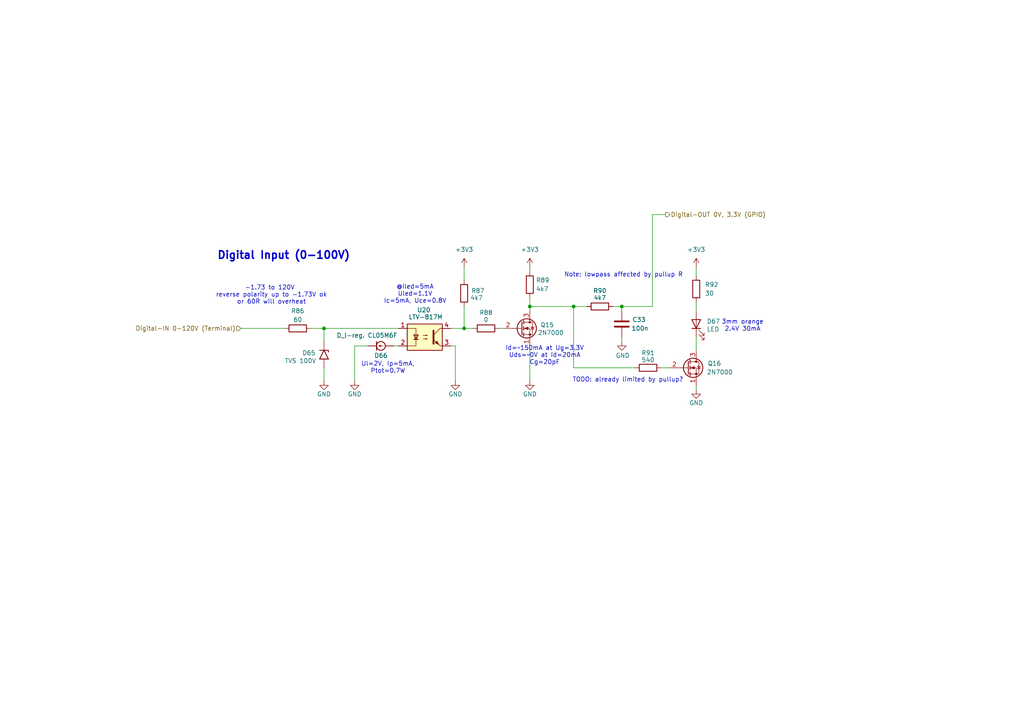
<source format=kicad_sch>
(kicad_sch (version 20231120) (generator "eeschema") (generator_version "8.0")
  (paper "A4")
  (lib_symbols
    (symbol "Device:C" (pin_numbers hide) (pin_names (offset 0.254))
      (property "Reference" "C" (at 0.635 2.54 0))
      (property "Value" "C" (at 0.635 -2.54 0))
      (symbol "C_0_1"
        (polyline (pts (xy -2.032 -0.762) (xy 2.032 -0.762)) (stroke (width 0.508)))
        (polyline (pts (xy -2.032 0.762) (xy 2.032 0.762)) (stroke (width 0.508)))
      )
      (symbol "C_1_1"
        (pin passive line (at 0 3.81 270) (length 2.794) (name "~") (number "1"))
        (pin passive line (at 0 -3.81 90) (length 2.794) (name "~") (number "2"))
      )
    )
    (symbol "Device:D_Current-regulator" (pin_numbers hide) (pin_names (offset 1.016) hide)
      (property "Reference" "D" (at 0 2.54 0))
      (property "Value" "D_Current-regulator" (at 0 -2.54 0))
      (symbol "D_Current-regulator_0_1"
        (polyline (pts (xy -1.27 1.27) (xy -1.27 -1.27)) (stroke (width 0.254)))
      )
      (symbol "D_Current-regulator_1_1"
        (polyline (pts (xy -0.127 0) (xy 0.635 0)))
        (polyline (pts (xy -0.127 0.254) (xy -0.635 0) (xy -0.127 -0.254) (xy -0.127 0.254)) (fill (type outline)))
        (circle (center 0 0) (radius 1.27) (stroke (width 0.254)))
        (pin passive line (at -3.81 0 0) (length 2.54) (name "K") (number "1"))
        (pin passive line (at 3.81 0 180) (length 2.54) (name "A") (number "2"))
      )
    )
    (symbol "Device:LED" (pin_numbers hide) (pin_names (offset 1.016) hide)
      (property "Reference" "D" (at 0 2.54 0))
      (property "Value" "LED" (at 0 -2.54 0))
      (symbol "LED_0_1"
        (polyline (pts (xy -1.27 -1.27) (xy -1.27 1.27)) (stroke (width 0.254)))
        (polyline (pts (xy -1.27 0) (xy 1.27 0)))
        (polyline (pts (xy 1.27 -1.27) (xy 1.27 1.27) (xy -1.27 0) (xy 1.27 -1.27)) (stroke (width 0.254)))
        (polyline (pts (xy -3.048 -0.762) (xy -4.572 -2.286) (xy -3.81 -2.286) (xy -4.572 -2.286) (xy -4.572 -1.524)))
        (polyline (pts (xy -1.778 -0.762) (xy -3.302 -2.286) (xy -2.54 -2.286) (xy -3.302 -2.286) (xy -3.302 -1.524)))
      )
      (symbol "LED_1_1"
        (pin passive line (at -3.81 0 0) (length 2.54) (name "K") (number "1"))
        (pin passive line (at 3.81 0 180) (length 2.54) (name "A") (number "2"))
      )
    )
    (symbol "Device:R" (pin_numbers hide) (pin_names (offset 0))
      (property "Reference" "R" (at 2.032 0 90))
      (property "Value" "R" (at 0 0 90))
      (symbol "R_0_1"
        (rectangle (start -1.016 -2.54) (end 1.016 2.54) (stroke (width 0.254)))
      )
      (symbol "R_1_1"
        (pin passive line (at 0 3.81 270) (length 1.27) (name "~") (number "1"))
        (pin passive line (at 0 -3.81 90) (length 1.27) (name "~") (number "2"))
      )
    )
    (symbol "Diode:1N62xxA" (pin_numbers hide) (pin_names (offset 1.016) hide)
      (property "Reference" "D" (at 0 2.54 0))
      (property "Value" "1N62xxA" (at 0 -2.54 0))
      (symbol "1N62xxA_0_1"
        (polyline (pts (xy -0.762 1.27) (xy -1.27 1.27) (xy -1.27 -1.27)) (stroke (width 0.254)))
        (polyline (pts (xy 1.27 1.27) (xy 1.27 -1.27) (xy -1.27 0) (xy 1.27 1.27)) (stroke (width 0.254)))
      )
      (symbol "1N62xxA_1_1"
        (pin passive line (at -3.81 0 0) (length 2.54) (name "A1") (number "1"))
        (pin passive line (at 3.81 0 180) (length 2.54) (name "A2") (number "2"))
      )
    )
    (symbol "Isolator:LTV-817M" (pin_names (offset 1.016))
      (property "Reference" "U" (at -3.81 5.08 0))
      (property "Value" "LTV-817M" (at 0 -5.08 0))
      (symbol "LTV-817M_1_1"
        (rectangle (start -5.08 3.81) (end 5.08 -3.81) (stroke (width 0.254)) (fill (type background)))
        (polyline (pts (xy -3.175 -0.635) (xy -1.905 -0.635)) (stroke (width 0.254)))
        (polyline (pts (xy 2.54 0.635) (xy 4.445 2.54)))
        (polyline (pts (xy 4.445 -2.54) (xy 2.54 -0.635)) (fill (type outline)))
        (polyline (pts (xy 4.445 -2.54) (xy 5.08 -2.54)))
        (polyline (pts (xy 4.445 2.54) (xy 5.08 2.54)))
        (polyline (pts (xy -5.08 2.54) (xy -2.54 2.54) (xy -2.54 -0.762)))
        (polyline (pts (xy -2.54 -0.635) (xy -2.54 -2.54) (xy -5.08 -2.54)))
        (polyline (pts (xy 2.54 1.905) (xy 2.54 -1.905) (xy 2.54 -1.905)) (stroke (width 0.508)))
        (polyline (pts (xy -2.54 -0.635) (xy -3.175 0.635) (xy -1.905 0.635) (xy -2.54 -0.635)) (stroke (width 0.254)))
        (polyline (pts (xy -0.508 -0.508) (xy 0.762 -0.508) (xy 0.381 -0.635) (xy 0.381 -0.381) (xy 0.762 -0.508)))
        (polyline (pts (xy -0.508 0.508) (xy 0.762 0.508) (xy 0.381 0.381) (xy 0.381 0.635) (xy 0.762 0.508)))
        (polyline (pts (xy 3.048 -1.651) (xy 3.556 -1.143) (xy 4.064 -2.159) (xy 3.048 -1.651) (xy 3.048 -1.651)) (fill (type outline)))
        (pin passive line (at -7.62 2.54 0) (length 2.54) (name "~") (number "1"))
        (pin passive line (at -7.62 -2.54 0) (length 2.54) (name "~") (number "2"))
        (pin passive line (at 7.62 -2.54 180) (length 2.54) (name "~") (number "3"))
        (pin passive line (at 7.62 2.54 180) (length 2.54) (name "~") (number "4"))
      )
    )
    (symbol "Transistor_FET:2N7000" (pin_names hide)
      (property "Reference" "Q" (at 5.08 1.905 0))
      (property "Value" "2N7000" (at 5.08 0 0))
      (symbol "2N7000_0_1"
        (polyline (pts (xy 0.254 0) (xy -2.54 0)))
        (polyline (pts (xy 0.254 1.905) (xy 0.254 -1.905)) (stroke (width 0.254)))
        (polyline (pts (xy 0.762 -1.27) (xy 0.762 -2.286)) (stroke (width 0.254)))
        (polyline (pts (xy 0.762 0.508) (xy 0.762 -0.508)) (stroke (width 0.254)))
        (polyline (pts (xy 0.762 2.286) (xy 0.762 1.27)) (stroke (width 0.254)))
        (polyline (pts (xy 2.54 2.54) (xy 2.54 1.778)))
        (polyline (pts (xy 2.54 -2.54) (xy 2.54 0) (xy 0.762 0)))
        (polyline (pts (xy 0.762 -1.778) (xy 3.302 -1.778) (xy 3.302 1.778) (xy 0.762 1.778)))
        (polyline (pts (xy 1.016 0) (xy 2.032 0.381) (xy 2.032 -0.381) (xy 1.016 0)) (fill (type outline)))
        (polyline (pts (xy 2.794 0.508) (xy 2.921 0.381) (xy 3.683 0.381) (xy 3.81 0.254)))
        (polyline (pts (xy 3.302 0.381) (xy 2.921 -0.254) (xy 3.683 -0.254) (xy 3.302 0.381)))
        (circle (center 1.651 0) (radius 2.794) (stroke (width 0.254)))
        (circle (center 2.54 -1.778) (radius 0.254) (fill (type outline)))
        (circle (center 2.54 1.778) (radius 0.254) (fill (type outline)))
      )
      (symbol "2N7000_1_1"
        (pin passive line (at 2.54 -5.08 90) (length 2.54) (name "S") (number "1"))
        (pin input line (at -5.08 0 0) (length 2.54) (name "G") (number "2"))
        (pin passive line (at 2.54 5.08 270) (length 2.54) (name "D") (number "3"))
      )
    )
    (symbol "power:+3V3" (power) (pin_numbers hide) (pin_names (offset 0) hide)
      (property "Value" "+3V3" (at 0 3.556 0))
      (symbol "+3V3_0_1"
        (polyline (pts (xy -0.762 1.27) (xy 0 2.54)))
        (polyline (pts (xy 0 0) (xy 0 2.54)))
        (polyline (pts (xy 0 2.54) (xy 0.762 1.27)))
      )
      (symbol "+3V3_1_1"
        (pin power_in line (at 0 0 90) (length 0) (name "~") (number "1"))
      )
    )
    (symbol "power:GND" (power) (pin_numbers hide) (pin_names (offset 0) hide)
      (property "Value" "GND" (at 0 -3.81 0))
      (symbol "GND_0_1"
        (polyline (pts (xy 0 0) (xy 0 -1.27) (xy 1.27 -1.27) (xy 0 -2.54) (xy -1.27 -1.27) (xy 0 -1.27)))
      )
      (symbol "GND_1_1"
        (pin power_in line (at 0 0 270) (length 0) (name "~") (number "1"))
      )
    )
  )
  (junction (at 153.67 88.9))
  (junction (at 134.62 95.25))
  (junction (at 180.34 88.9))
  (junction (at 93.98 95.25))
  (junction (at 166.37 88.9))
  (wire (pts (xy 102.87 100.33) (xy 102.87 110.49)))
  (wire (pts (xy 130.81 100.33) (xy 132.08 100.33)))
  (wire (pts (xy 166.37 106.68) (xy 184.15 106.68)))
  (wire (pts (xy 93.98 95.25) (xy 93.98 99.06)))
  (wire (pts (xy 106.68 100.33) (xy 102.87 100.33)))
  (wire (pts (xy 132.08 100.33) (xy 132.08 110.49)))
  (wire (pts (xy 177.8 88.9) (xy 180.34 88.9)))
  (wire (pts (xy 180.34 88.9) (xy 189.23 88.9)))
  (wire (pts (xy 201.93 90.17) (xy 201.93 87.63)))
  (wire (pts (xy 93.98 106.68) (xy 93.98 110.49)))
  (wire (pts (xy 153.67 77.47) (xy 153.67 78.74)))
  (wire (pts (xy 189.23 88.9) (xy 189.23 62.23)))
  (wire (pts (xy 189.23 62.23) (xy 193.04 62.23)))
  (wire (pts (xy 191.77 106.68) (xy 194.31 106.68)))
  (wire (pts (xy 134.62 88.9) (xy 134.62 95.25)))
  (wire (pts (xy 134.62 95.25) (xy 137.16 95.25)))
  (wire (pts (xy 144.78 95.25) (xy 146.05 95.25)))
  (wire (pts (xy 201.93 77.47) (xy 201.93 80.01)))
  (wire (pts (xy 153.67 88.9) (xy 153.67 90.17)))
  (wire (pts (xy 69.85 95.25) (xy 82.55 95.25)))
  (wire (pts (xy 180.34 97.79) (xy 180.34 99.06)))
  (wire (pts (xy 153.67 86.36) (xy 153.67 88.9)))
  (wire (pts (xy 93.98 95.25) (xy 115.57 95.25)))
  (wire (pts (xy 114.3 100.33) (xy 115.57 100.33)))
  (wire (pts (xy 130.81 95.25) (xy 134.62 95.25)))
  (wire (pts (xy 166.37 88.9) (xy 170.18 88.9)))
  (wire (pts (xy 201.93 97.79) (xy 201.93 101.6)))
  (wire (pts (xy 90.17 95.25) (xy 93.98 95.25)))
  (wire (pts (xy 153.67 88.9) (xy 166.37 88.9)))
  (wire (pts (xy 166.37 106.68) (xy 166.37 88.9)))
  (wire (pts (xy 153.67 100.33) (xy 153.67 110.49)))
  (wire (pts (xy 180.34 88.9) (xy 180.34 90.17)))
  (wire (pts (xy 201.93 111.76) (xy 201.93 113.03)))
  (wire (pts (xy 134.62 77.47) (xy 134.62 81.28)))
  (text "Note: lowpass affected by pullup R" (at 180.848 79.756 0) (effects (font (size 1.27 1.27))))
  (text "Ul=2V, Ip=5mA,\nPtot=0.7W" (at 112.522 106.68 0) (effects (font (size 1.27 1.27))))
  (text "3mm orange\n2.4V 30mA" (at 215.392 94.488 0) (effects (font (size 1.27 1.27))))
  (text "Digital Input (0-100V)" (at 82.296 74.168 0) (effects (font (size 2.2 2.2) (thickness 0.44) (bold yes))))
  (text "TODO: already limited by pullup?" (at 182.118 110.236 0) (effects (font (size 1.27 1.27))))
  (text "-1.73 to 120V \nreverse polarity up to -1.73V ok\nor 60R will overheat" (at 78.74 85.598 0) (effects (font (size 1.27 1.27))))
  (text "Id=~150mA at Ug=3.3V\nUds=~0V at Id=20mA\nCg=20pF" (at 157.988 103.124 0) (effects (font (size 1.27 1.27))))
  (text "@Iled=5mA\nUled=1.1V\nIc=5mA, Uce=0.8V" (at 120.396 85.344 0) (effects (font (size 1.27 1.27))))
  (hierarchical_label "Digital-OUT 0V, 3.3V (GPIO)" (shape output) (at 193.04 62.23 0))
  (hierarchical_label "Digital-IN 0-120V (Terminal)" (shape input) (at 69.85 95.25 180))
  (symbol (lib_id "Device:R") (at 134.62 85.09 0) (unit 1)
    (property "Reference" "R87" (at 136.652 84.328 0) (effects (justify left)))
    (property "Value" "4k7" (at 136.398 86.36 0) (effects (justify left)))
    (property "Footprint" "Resistor_THT:R_Axial_DIN0207_L6.3mm_D2.5mm_P10.16mm_Horizontal" (effects (hide yes)))
    (property "Description" "Resistor" (effects (hide yes)))
    (instances (project "pi-interface-board_v1.0" (path "" (reference "R87") (unit 1)) (path "" (reference "R94") (unit 1)) (path "" (reference "R80") (unit 1)) (path "" (reference "R101") (unit 1)) (path "" (reference "R59") (unit 1)) (path "" (reference "R73") (unit 1)) (path "" (reference "R66") (unit 1)) (path "" (reference "R2") (unit 1))))
  )
  (symbol (lib_id "Device:R") (at 173.99 88.9 90) (unit 1)
    (property "Reference" "R90" (at 173.99 84.328 90))
    (property "Value" "4k7" (at 173.99 86.36 90))
    (property "Footprint" "Resistor_THT:R_Axial_DIN0207_L6.3mm_D2.5mm_P10.16mm_Horizontal" (effects (hide yes)))
    (property "Description" "Resistor" (effects (hide yes)))
    (instances (project "pi-interface-board_v1.0" (path "" (reference "R90") (unit 1)) (path "" (reference "R97") (unit 1)) (path "" (reference "R83") (unit 1)) (path "" (reference "R104") (unit 1)) (path "" (reference "R62") (unit 1)) (path "" (reference "R76") (unit 1)) (path "" (reference "R69") (unit 1)) (path "" (reference "R55") (unit 1))))
  )
  (symbol (lib_id "power:GND") (at 102.87 110.49 0) (unit 1)
    (property "Reference" "#PWR0158" (effects (hide yes)))
    (property "Value" "GND" (at 102.87 114.3 0))
    (property "Description" "Power symbol creates a global label with name \"GND\" , ground" (effects (hide yes)))
    (instances (project "pi-interface-board_v1.0" (path "" (reference "#PWR0158") (unit 1)) (path "" (reference "#PWR0167") (unit 1)) (path "" (reference "#PWR0149") (unit 1)) (path "" (reference "#PWR0176") (unit 1)) (path "" (reference "#PWR0122") (unit 1)) (path "" (reference "#PWR0140") (unit 1)) (path "" (reference "#PWR0131") (unit 1)) (path "" (reference "#PWR0113") (unit 1))))
  )
  (symbol (lib_id "Transistor_FET:2N7000") (at 151.13 95.25 0) (unit 1)
    (property "Reference" "Q15" (at 156.718 94.234 0) (effects (justify left)))
    (property "Value" "2N7000" (at 155.956 96.52 0) (effects (justify left)))
    (property "Footprint" "Package_TO_SOT_THT:TO-92_Inline" (effects (hide yes)))
    (property "Datasheet" "https://www.vishay.com/docs/70226/70226.pdf" (effects (hide yes)))
    (property "Description" "0.2A Id, 200V Vds, N-Channel MOSFET, 2.6V Logic Level, TO-92" (effects (hide yes)))
    (instances (project "pi-interface-board_v1.0" (path "" (reference "Q15") (unit 1)) (path "" (reference "Q17") (unit 1)) (path "" (reference "Q13") (unit 1)) (path "" (reference "Q19") (unit 1)) (path "" (reference "Q7") (unit 1)) (path "" (reference "Q11") (unit 1)) (path "" (reference "Q9") (unit 1)) (path "" (reference "Q2") (unit 1))))
  )
  (symbol (lib_id "power:GND") (at 201.93 113.03 0) (unit 1)
    (property "Reference" "#PWR0165" (effects (hide yes)))
    (property "Value" "GND" (at 201.93 116.84 0))
    (property "Description" "Power symbol creates a global label with name \"GND\" , ground" (effects (hide yes)))
    (instances (project "pi-interface-board_v1.0" (path "" (reference "#PWR0165") (unit 1)) (path "" (reference "#PWR0174") (unit 1)) (path "" (reference "#PWR0156") (unit 1)) (path "" (reference "#PWR0183") (unit 1)) (path "" (reference "#PWR0129") (unit 1)) (path "" (reference "#PWR0147") (unit 1)) (path "" (reference "#PWR0138") (unit 1)) (path "" (reference "#PWR0120") (unit 1))))
  )
  (symbol (lib_id "power:+3V3") (at 134.62 77.47 0) (unit 1)
    (property "Reference" "#PWR0160" (effects (hide yes)))
    (property "Value" "+3V3" (at 134.62 72.39 0))
    (property "Description" "Power symbol creates a global label with name \"+3V3\"" (effects (hide yes)))
    (instances (project "pi-interface-board_v1.0" (path "" (reference "#PWR0160") (unit 1)) (path "" (reference "#PWR0169") (unit 1)) (path "" (reference "#PWR0151") (unit 1)) (path "" (reference "#PWR0178") (unit 1)) (path "" (reference "#PWR0124") (unit 1)) (path "" (reference "#PWR0142") (unit 1)) (path "" (reference "#PWR0133") (unit 1)) (path "" (reference "#PWR0115") (unit 1))))
  )
  (symbol (lib_id "Transistor_FET:2N7000") (at 199.39 106.68 0) (unit 1)
    (property "Reference" "Q16" (at 205.232 105.41 0) (effects (justify left)))
    (property "Value" "2N7000" (at 204.978 107.95 0) (effects (justify left)))
    (property "Footprint" "Package_TO_SOT_THT:TO-92_Inline" (effects (hide yes)))
    (property "Datasheet" "https://www.vishay.com/docs/70226/70226.pdf" (effects (hide yes)))
    (property "Description" "0.2A Id, 200V Vds, N-Channel MOSFET, 2.6V Logic Level, TO-92" (effects (hide yes)))
    (instances (project "pi-interface-board_v1.0" (path "" (reference "Q16") (unit 1)) (path "" (reference "Q18") (unit 1)) (path "" (reference "Q14") (unit 1)) (path "" (reference "Q20") (unit 1)) (path "" (reference "Q8") (unit 1)) (path "" (reference "Q12") (unit 1)) (path "" (reference "Q10") (unit 1)) (path "" (reference "Q6") (unit 1))))
  )
  (symbol (lib_id "Device:C") (at 180.34 93.98 0) (unit 1)
    (property "Reference" "C33" (at 183.388 92.71 0) (effects (justify left)))
    (property "Value" "100n" (at 183.134 95.25 0) (effects (justify left)))
    (property "Footprint" "Capacitor_THT:C_Disc_D7.0mm_W2.5mm_P5.00mm" (effects (hide yes)))
    (property "Description" "Unpolarized capacitor" (effects (hide yes)))
    (instances (project "pi-interface-board_v1.0" (path "" (reference "C33") (unit 1)) (path "" (reference "C34") (unit 1)) (path "" (reference "C32") (unit 1)) (path "" (reference "C35") (unit 1)) (path "" (reference "C29") (unit 1)) (path "" (reference "C31") (unit 1)) (path "" (reference "C30") (unit 1)) (path "" (reference "C17") (unit 1))))
  )
  (symbol (lib_id "Diode:1N62xxA") (at 93.98 102.87 270) (unit 1)
    (property "Reference" "D65" (at 87.63 102.362 90) (effects (justify left)))
    (property "Value" "TVS 100V" (at 82.55 104.648 90) (effects (justify left)))
    (property "Footprint" "Diode_THT:D_DO-201AE_P15.24mm_Horizontal" (effects (hide yes)))
    (property "Datasheet" "https://www.vishay.com/docs/88301/15ke.pdf" (effects (hide yes)))
    (property "Description" "1500W unidirectional TRANSZORB® Transient Voltage Suppressor, DO-201AE" (effects (hide yes)))
    (instances (project "pi-interface-board_v1.0" (path "" (reference "D65") (unit 1)) (path "" (reference "D68") (unit 1)) (path "" (reference "D62") (unit 1)) (path "" (reference "D71") (unit 1)) (path "" (reference "D53") (unit 1)) (path "" (reference "D59") (unit 1)) (path "" (reference "D56") (unit 1)) (path "" (reference "D50") (unit 1))))
  )
  (symbol (lib_id "power:+3V3") (at 153.67 77.47 0) (unit 1)
    (property "Reference" "#PWR0161" (effects (hide yes)))
    (property "Value" "+3V3" (at 153.67 72.39 0))
    (property "Description" "Power symbol creates a global label with name \"+3V3\"" (effects (hide yes)))
    (instances (project "pi-interface-board_v1.0" (path "" (reference "#PWR0161") (unit 1)) (path "" (reference "#PWR0170") (unit 1)) (path "" (reference "#PWR0152") (unit 1)) (path "" (reference "#PWR0179") (unit 1)) (path "" (reference "#PWR0125") (unit 1)) (path "" (reference "#PWR0143") (unit 1)) (path "" (reference "#PWR0134") (unit 1)) (path "" (reference "#PWR0116") (unit 1))))
  )
  (symbol (lib_id "power:+3V3") (at 201.93 77.47 0) (unit 1)
    (property "Reference" "#PWR0164" (effects (hide yes)))
    (property "Value" "+3V3" (at 201.93 72.39 0))
    (property "Description" "Power symbol creates a global label with name \"+3V3\"" (effects (hide yes)))
    (instances (project "pi-interface-board_v1.0" (path "" (reference "#PWR0164") (unit 1)) (path "" (reference "#PWR0173") (unit 1)) (path "" (reference "#PWR0155") (unit 1)) (path "" (reference "#PWR0182") (unit 1)) (path "" (reference "#PWR0128") (unit 1)) (path "" (reference "#PWR0146") (unit 1)) (path "" (reference "#PWR0137") (unit 1)) (path "" (reference "#PWR0119") (unit 1))))
  )
  (symbol (lib_id "Device:R") (at 86.36 95.25 90) (unit 1)
    (property "Reference" "R86" (at 86.36 90.17 90))
    (property "Value" "60" (at 86.36 92.71 90))
    (property "Footprint" "Resistor_THT:R_Axial_DIN0207_L6.3mm_D2.5mm_P10.16mm_Horizontal" (effects (hide yes)))
    (property "Description" "Resistor" (effects (hide yes)))
    (instances (project "pi-interface-board_v1.0" (path "" (reference "R86") (unit 1)) (path "" (reference "R93") (unit 1)) (path "" (reference "R79") (unit 1)) (path "" (reference "R100") (unit 1)) (path "" (reference "R58") (unit 1)) (path "" (reference "R72") (unit 1)) (path "" (reference "R65") (unit 1)) (path "" (reference "R1") (unit 1))))
  )
  (symbol (lib_id "power:GND") (at 132.08 110.49 0) (unit 1)
    (property "Reference" "#PWR0159" (effects (hide yes)))
    (property "Value" "GND" (at 132.08 114.3 0))
    (property "Description" "Power symbol creates a global label with name \"GND\" , ground" (effects (hide yes)))
    (instances (project "pi-interface-board_v1.0" (path "" (reference "#PWR0159") (unit 1)) (path "" (reference "#PWR0168") (unit 1)) (path "" (reference "#PWR0150") (unit 1)) (path "" (reference "#PWR0177") (unit 1)) (path "" (reference "#PWR0123") (unit 1)) (path "" (reference "#PWR0141") (unit 1)) (path "" (reference "#PWR0132") (unit 1)) (path "" (reference "#PWR0114") (unit 1))))
  )
  (symbol (lib_id "power:GND") (at 180.34 99.06 0) (unit 1)
    (property "Reference" "#PWR0163" (effects (hide yes)))
    (property "Value" "GND" (at 180.594 103.124 0))
    (property "Description" "Power symbol creates a global label with name \"GND\" , ground" (effects (hide yes)))
    (instances (project "pi-interface-board_v1.0" (path "" (reference "#PWR0163") (unit 1)) (path "" (reference "#PWR0172") (unit 1)) (path "" (reference "#PWR0154") (unit 1)) (path "" (reference "#PWR0181") (unit 1)) (path "" (reference "#PWR0127") (unit 1)) (path "" (reference "#PWR0145") (unit 1)) (path "" (reference "#PWR0136") (unit 1)) (path "" (reference "#PWR0118") (unit 1))))
  )
  (symbol (lib_id "power:GND") (at 93.98 110.49 0) (unit 1)
    (property "Reference" "#PWR0157" (effects (hide yes)))
    (property "Value" "GND" (at 93.98 114.3 0))
    (property "Description" "Power symbol creates a global label with name \"GND\" , ground" (effects (hide yes)))
    (instances (project "pi-interface-board_v1.0" (path "" (reference "#PWR0157") (unit 1)) (path "" (reference "#PWR0166") (unit 1)) (path "" (reference "#PWR0148") (unit 1)) (path "" (reference "#PWR0175") (unit 1)) (path "" (reference "#PWR0121") (unit 1)) (path "" (reference "#PWR0139") (unit 1)) (path "" (reference "#PWR0130") (unit 1)) (path "" (reference "#PWR0112") (unit 1))))
  )
  (symbol (lib_id "Device:R") (at 140.97 95.25 90) (unit 1)
    (property "Reference" "R88" (at 140.97 90.678 90))
    (property "Value" "0" (at 140.97 92.71 90))
    (property "Footprint" "Resistor_THT:R_Axial_DIN0207_L6.3mm_D2.5mm_P10.16mm_Horizontal" (effects (hide yes)))
    (property "Description" "Resistor" (effects (hide yes)))
    (instances (project "pi-interface-board_v1.0" (path "" (reference "R88") (unit 1)) (path "" (reference "R95") (unit 1)) (path "" (reference "R81") (unit 1)) (path "" (reference "R102") (unit 1)) (path "" (reference "R60") (unit 1)) (path "" (reference "R74") (unit 1)) (path "" (reference "R67") (unit 1)) (path "" (reference "R53") (unit 1))))
  )
  (symbol (lib_id "Device:R") (at 187.96 106.68 90) (unit 1)
    (property "Reference" "R91" (at 187.96 102.362 90))
    (property "Value" "540" (at 187.96 104.394 90))
    (property "Footprint" "Resistor_THT:R_Axial_DIN0207_L6.3mm_D2.5mm_P10.16mm_Horizontal" (effects (hide yes)))
    (property "Description" "Resistor" (effects (hide yes)))
    (instances (project "pi-interface-board_v1.0" (path "" (reference "R91") (unit 1)) (path "" (reference "R98") (unit 1)) (path "" (reference "R84") (unit 1)) (path "" (reference "R105") (unit 1)) (path "" (reference "R63") (unit 1)) (path "" (reference "R77") (unit 1)) (path "" (reference "R70") (unit 1)) (path "" (reference "R56") (unit 1))))
  )
  (symbol (lib_id "Device:D_Current-regulator") (at 110.49 100.33 0) (unit 1)
    (property "Reference" "D66" (at 110.49 103.124 0))
    (property "Value" "D_I-reg. CL05M6F" (at 106.426 97.282 0))
    (property "Footprint" "Diode_SMD:D_SOD-123F" (effects (hide yes)))
    (property "Description" "Constant-current diode / current limiting diode / current regulator diode, IEC60747-3:2013" (effects (hide yes)))
    (instances (project "pi-interface-board_v1.0" (path "" (reference "D66") (unit 1)) (path "" (reference "D69") (unit 1)) (path "" (reference "D63") (unit 1)) (path "" (reference "D72") (unit 1)) (path "" (reference "D54") (unit 1)) (path "" (reference "D60") (unit 1)) (path "" (reference "D57") (unit 1)) (path "" (reference "D51") (unit 1))))
  )
  (symbol (lib_id "power:GND") (at 153.67 110.49 0) (unit 1)
    (property "Reference" "#PWR0162" (effects (hide yes)))
    (property "Value" "GND" (at 153.67 114.3 0))
    (property "Description" "Power symbol creates a global label with name \"GND\" , ground" (effects (hide yes)))
    (instances (project "pi-interface-board_v1.0" (path "" (reference "#PWR0162") (unit 1)) (path "" (reference "#PWR0171") (unit 1)) (path "" (reference "#PWR0153") (unit 1)) (path "" (reference "#PWR0180") (unit 1)) (path "" (reference "#PWR0126") (unit 1)) (path "" (reference "#PWR0144") (unit 1)) (path "" (reference "#PWR0135") (unit 1)) (path "" (reference "#PWR0117") (unit 1))))
  )
  (symbol (lib_id "Device:R") (at 201.93 83.82 180) (unit 1)
    (property "Reference" "R92" (at 204.47 82.5499 0) (effects (justify right)))
    (property "Value" "30" (at 204.47 85.0899 0) (effects (justify right)))
    (property "Footprint" "Resistor_THT:R_Axial_DIN0207_L6.3mm_D2.5mm_P10.16mm_Horizontal" (effects (hide yes)))
    (property "Description" "Resistor" (effects (hide yes)))
    (instances (project "pi-interface-board_v1.0" (path "" (reference "R92") (unit 1)) (path "" (reference "R99") (unit 1)) (path "" (reference "R85") (unit 1)) (path "" (reference "R106") (unit 1)) (path "" (reference "R64") (unit 1)) (path "" (reference "R78") (unit 1)) (path "" (reference "R71") (unit 1)) (path "" (reference "R57") (unit 1))))
  )
  (symbol (lib_id "Device:LED") (at 201.93 93.98 90) (unit 1)
    (property "Reference" "D67" (at 204.978 93.218 90) (effects (justify right)))
    (property "Value" "LED" (at 204.978 95.504 90) (effects (justify right)))
    (property "Footprint" "LED_THT:LED_D3.0mm_Clear" (effects (hide yes)))
    (property "Description" "Light emitting diode" (effects (hide yes)))
    (instances (project "pi-interface-board_v1.0" (path "" (reference "D67") (unit 1)) (path "" (reference "D70") (unit 1)) (path "" (reference "D64") (unit 1)) (path "" (reference "D73") (unit 1)) (path "" (reference "D55") (unit 1)) (path "" (reference "D61") (unit 1)) (path "" (reference "D58") (unit 1)) (path "" (reference "D52") (unit 1))))
  )
  (symbol (lib_id "Device:R") (at 153.67 82.55 180) (unit 1)
    (property "Reference" "R89" (at 155.448 81.28 0) (effects (justify right)))
    (property "Value" "4k7" (at 155.448 83.82 0) (effects (justify right)))
    (property "Footprint" "Resistor_THT:R_Axial_DIN0207_L6.3mm_D2.5mm_P10.16mm_Horizontal" (effects (hide yes)))
    (property "Description" "Resistor" (effects (hide yes)))
    (instances (project "pi-interface-board_v1.0" (path "" (reference "R89") (unit 1)) (path "" (reference "R96") (unit 1)) (path "" (reference "R82") (unit 1)) (path "" (reference "R103") (unit 1)) (path "" (reference "R61") (unit 1)) (path "" (reference "R75") (unit 1)) (path "" (reference "R68") (unit 1)) (path "" (reference "R54") (unit 1))))
  )
  (symbol (lib_id "Isolator:LTV-817M") (at 123.19 97.79 0) (unit 1)
    (property "Reference" "U20" (at 122.936 89.916 0))
    (property "Value" "LTV-817M" (at 123.444 91.948 0))
    (property "Footprint" "Package_DIP:DIP-4_W10.16mm" (effects (hide yes)))
    (property "Datasheet" "http://www.us.liteon.com/downloads/LTV-817-827-847.PDF" (effects (hide yes)))
    (property "Description" "DC Optocoupler, Vce 35V, CTR 50%, DIP-4" (effects (hide yes)))
    (instances (project "pi-interface-board_v1.0" (path "" (reference "U20") (unit 1)) (path "" (reference "U21") (unit 1)) (path "" (reference "U19") (unit 1)) (path "" (reference "U22") (unit 1)) (path "" (reference "U8") (unit 1)) (path "" (reference "U18") (unit 1)) (path "" (reference "U17") (unit 1)) (path "" (reference "U7") (unit 1))))
  )
)
</source>
